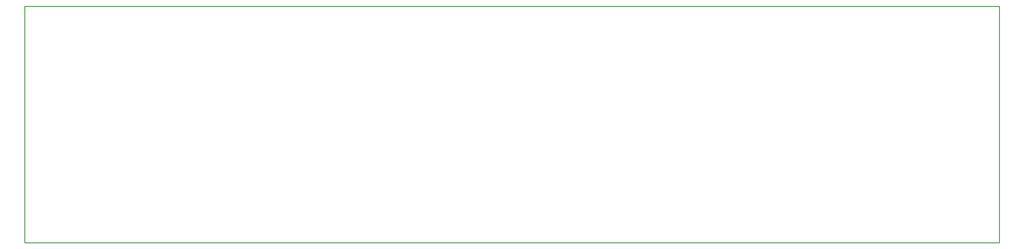
<source format=gto>
G04 Layer: TopSilkscreenLayer*
G04 EasyEDA v6.5.29, 2023-07-18 11:26:45*
G04 d575c27316b541eeac0eae0678b153b1,5a6b42c53f6a479593ecc07194224c93,10*
G04 Gerber Generator version 0.2*
G04 Scale: 100 percent, Rotated: No, Reflected: No *
G04 Dimensions in millimeters *
G04 leading zeros omitted , absolute positions ,4 integer and 5 decimal *
%FSLAX45Y45*%
%MOMM*%

%ADD10C,0.2540*%

%LPD*%
D10*
X9753574Y7950174D02*
G01*
X38503529Y7950174D01*
X38503529Y950188D01*
X9753574Y950188D01*
X9753574Y7950174D01*
M02*

</source>
